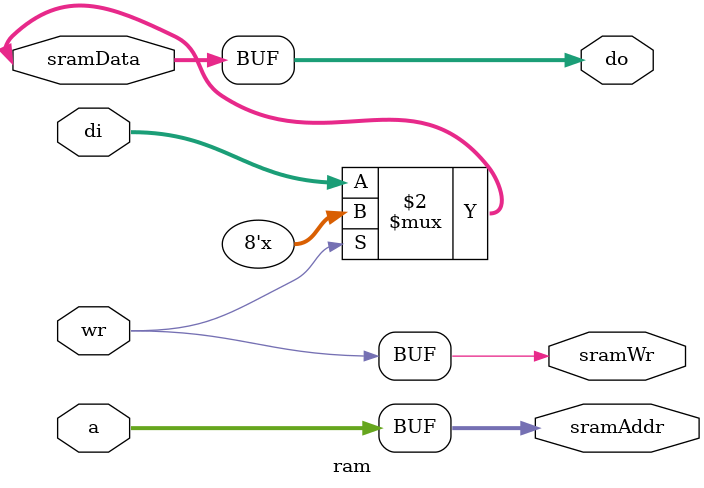
<source format=v>

module ram
(
	input  wire       wr,
	input  wire[ 7:0] di,
	output wire[ 7:0] do,
	input  wire[18:0] a,
	//
	output wire       sramWr,
	inout  wire[ 7:0] sramData,
	output wire[18:0] sramAddr
);

assign sramWr   = wr;
assign sramData = !wr ? di : 8'bZ;
assign sramAddr = a;

assign do = sramData;

endmodule

</source>
